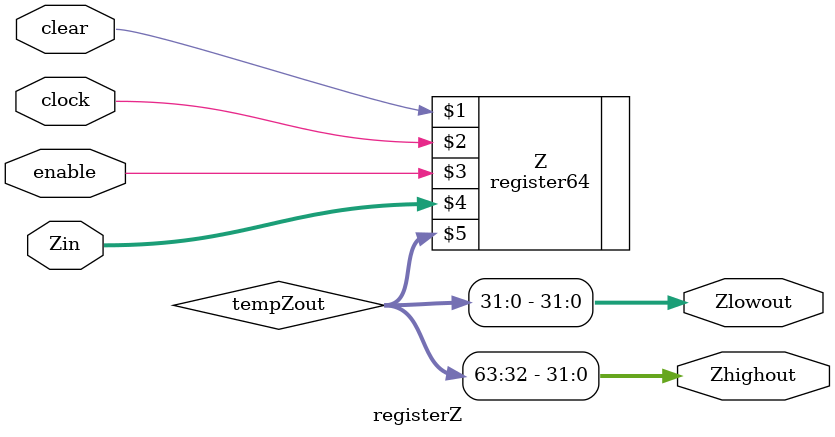
<source format=v>
module registerZ (
	input clear, clock, enable,
	input [63:0] Zin,
	output reg [31:0] Zlowout, 
	output reg [31:0] Zhighout
);
		  
	wire [63:0] tempZout;
	
	register64 Z(clear, clock, enable, Zin, tempZout);

	always@(*)
	begin
		Zhighout = tempZout[63:32];
		Zlowout = tempZout[31:0];
	end
	
endmodule
</source>
